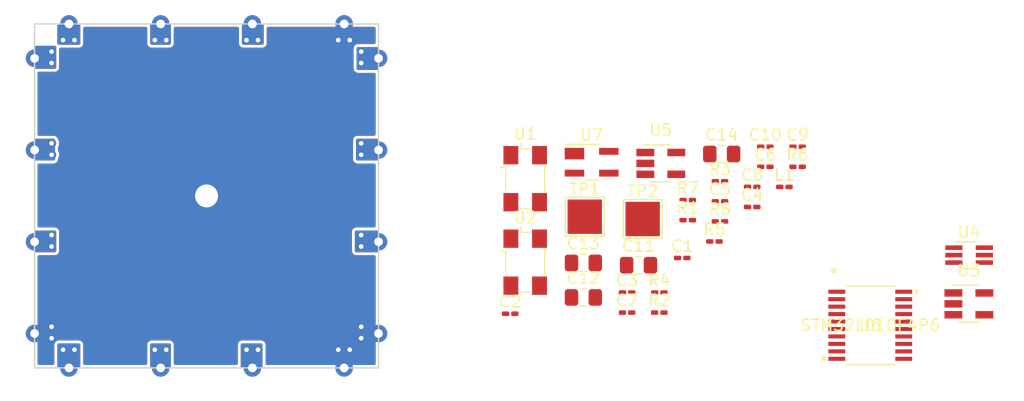
<source format=kicad_pcb>
(kicad_pcb (version 20211014) (generator pcbnew)
  (layers (0 "F.Cu" signal) (31 "B.Cu" signal) (34 "B.Paste" user) (35 "F.Paste" user) (36 "B.SilkS" user "B.Silkscreen") (37 "F.SilkS" user "F.Silkscreen") (38 "B.Mask" user) (39 "F.Mask" user) (44 "Edge.Cuts" user))
  (net 0 "")
  (net 1 "/TX")
  (net 2 "/RX")
  (net 3 "GND")
  (net 4 "+3.3V")
  (net 5 "Net-(C5-Pad2)")
  (net 6 "Net-(C6-Pad1)")
  (net 7 "Net-(C11-Pad1)")
  (net 8 "+3.3VA")
  (net 9 "/half_vref")
  (net 10 "Net-(R1-Pad1)")
  (net 11 "Net-(R1-Pad2)")
  (net 12 "Net-(R2-Pad2)")
  (net 13 "Net-(R8-Pad2)")
  (net 14 "Net-(TP1-Pad1)")
  (net 15 "Net-(TP2-Pad1)")
  (net 16 "Net-(U1-Pad3)")
  (net 17 "/OSC_STAT")
  (net 18 "Net-(U2-Pad3)")
  (net 19 "/OSC")
  (footprint "Package_TO_SOT_SMD:SOT-143_Handsoldering" (layer "F.Cu") (at 91.6 54.15)
    (fp_text reference "U7" (at -0.02 -2.38) (layer "F.SilkS"))
    (fp_text value "BAS70-7-F")
    (fp_line (start -0.65 1.56) (end 0.65 1.56) (layer "F.SilkS") (width 0.12))
    (fp_line (start 0.65 -1.56) (end -2.35 -1.56) (layer "F.SilkS") (width 0.12))
    (pad "1" smd rect (at -1.5 -0.75) (size 1.7 1) (layers "F.Cu" "F.Paste" "F.Mask") (net 6 "Net-(C6-Pad1)"))
    (pad "2" smd rect (at -1.5 0.95) (size 1.7 0.6) (layers "F.Cu" "F.Paste" "F.Mask") (net 11 "Net-(R1-Pad2)"))
    (pad "3" smd rect (at 1.5 0.95) (size 1.7 0.6) (layers "F.Cu" "F.Paste" "F.Mask") (net 5 "Net-(C5-Pad2)"))
    (pad "4" smd rect (at 1.5 -0.95) (size 1.7 0.6) (layers "F.Cu" "F.Paste" "F.Mask") (net 12 "Net-(R2-Pad2)"))
  )
  (footprint "Capacitor_SMD:C_0201_0603Metric_Pad0.64x0.40mm_HandSolder" (layer "F.Cu") (at 106.75 52.8)
    (fp_text reference "C10" (at 0 -1.05) (layer "F.SilkS"))
    (fp_text value "10n")
    (pad "1" smd roundrect (at -0.4075 0) (size 0.635 0.4) (layers "F.Cu" "F.Mask") (net 4 "+3.3V"))
    (pad "2" smd roundrect (at 0.4075 0) (size 0.635 0.4) (layers "F.Cu" "F.Mask") (net 3 "GND"))
  )
  (footprint "BME:mrc-100" (layer "F.Cu") (at 58 57)
    (fp_text reference "Int1" hide)
    (fp_text value "MRC-100_simplified" hide)
    (fp_line (start 15.014 -14.9124) (end 15.014 15.0876) (layer "Edge.Cuts") (width 0.12))
    (fp_line (start 15.014 15.0876) (end -14.986 15.0876) (layer "Edge.Cuts") (width 0.12))
    (fp_line (start -14.986 15.0876) (end -14.986 -14.9124) (layer "Edge.Cuts") (width 0.12))
    (fp_line (start -14.986 -14.9124) (end 15.014 -14.9124) (layer "Edge.Cuts") (width 0.12))
    (pad "1" thru_hole circle locked (at -11.986 -14.9124) (size 1.524 1.524) (drill 0.762) (layers *.Cu *.Mask) (net 4 "+3.3V"))
    (pad "1" thru_hole circle locked (at 15.014 -11.9124) (size 1.524 1.524) (drill 0.762) (layers *.Cu *.Mask) (net 4 "+3.3V"))
    (pad "1" thru_hole circle locked (at -14.986 -11.9124) (size 1.524 1.524) (drill 0.762) (layers *.Cu *.Mask) (net 4 "+3.3V"))
    (pad "1" thru_hole circle locked (at -11.986 15.0876) (size 1.524 1.524) (drill 0.762) (layers *.Cu *.Mask) (net 4 "+3.3V"))
    (pad "2" thru_hole circle locked (at 15.014 -3.9124) (size 1.524 1.524) (drill 0.762) (layers *.Cu *.Mask) (net 1 "/TX"))
    (pad "2" thru_hole circle locked (at -3.986 15.0876) (size 1.524 1.524) (drill 0.762) (layers *.Cu *.Mask) (net 1 "/TX"))
    (pad "2" thru_hole circle locked (at -3.986 -14.9124) (size 1.524 1.524) (drill 0.762) (layers *.Cu *.Mask) (net 1 "/TX"))
    (pad "2" thru_hole circle locked (at -14.986 -3.9124) (size 1.524 1.524) (drill 0.762) (layers *.Cu *.Mask) (net 1 "/TX"))
    (pad "3" thru_hole circle locked (at 15.014 4.0876) (size 1.524 1.524) (drill 0.762) (layers *.Cu *.Mask) (net 2 "/RX"))
    (pad "3" thru_hole circle locked (at 4.014 -14.9124) (size 1.524 1.524) (drill 0.762) (layers *.Cu *.Mask) (net 2 "/RX"))
    (pad "3" thru_hole circle locked (at -14.986 4.0876) (size 1.524 1.524) (drill 0.762) (layers *.Cu *.Mask) (net 2 "/RX"))
    (pad "3" thru_hole circle locked (at 4.014 15.0876) (size 1.524 1.524) (drill 0.762) (layers *.Cu *.Mask) (net 2 "/RX"))
    (pad "4" thru_hole circle locked (at 12.014 -14.9124) (size 1.524 1.524) (drill 0.762) (layers *.Cu *.Mask) (net 3 "GND"))
    (pad "4" thru_hole circle locked (at 12.014 15.0876) (size 1.524 1.524) (drill 0.762) (layers *.Cu *.Mask) (net 3 "GND"))
    (pad "4" thru_hole circle locked (at -14.986 12.0876) (size 1.524 1.524) (drill 0.762) (layers *.Cu *.Mask) (net 3 "GND"))
    (pad "4" thru_hole circle locked (at 15.014 12.0876) (size 1.524 1.524) (drill 0.762) (layers *.Cu *.Mask) (net 3 "GND"))
    (pad "5" thru_hole circle locked (at 0.014 0.0876) (size 4 4) (drill 2) (layers *.Cu *.Mask) (net 3 "GND"))
    (zone (net 0) (net_name "") (layer "F.Cu") (connect_pads (clearance 0)) (min_thickness 0.254)
      (keepout (tracks not_allowed) (vias allowed) (pads allowed) (copperpour not_allowed) (footprints not_allowed))
      (fill (thermal_gap 0.508) (thermal_bridge_width 0.508))
      (polygon (pts (xy 44.9444 43.8936) (xy 43.014 43.8936) (xy 43.014 42.0876) (xy 44.9444 42.0648)))
    )
  )
  (footprint "Capacitor_SMD:C_0201_0603Metric_Pad0.64x0.40mm_HandSolder" (layer "F.Cu") (at 99.5 62.5)
    (fp_text reference "C1" (at 0 -1.05) (layer "F.SilkS"))
    (fp_text value "10n")
    (pad "1" smd roundrect (at -0.4075 0) (size 0.635 0.4) (layers "F.Cu" "F.Mask") (net 4 "+3.3V"))
    (pad "2" smd roundrect (at 0.4075 0) (size 0.635 0.4) (layers "F.Cu" "F.Mask") (net 3 "GND"))
  )
  (footprint "Capacitor_SMD:C_0805_2012Metric_Pad1.18x1.45mm_HandSolder" (layer "F.Cu") (at 90.88 65.94)
    (fp_text reference "C12" (at 0 -1.68) (layer "F.SilkS"))
    (fp_text value "100n")
    (fp_line (start -0.261252 -0.735) (end 0.261252 -0.735) (layer "F.SilkS") (width 0.12))
    (fp_line (start -0.261252 0.735) (end 0.261252 0.735) (layer "F.SilkS") (width 0.12))
    (pad "1" smd roundrect (at -1.0375 0) (size 1.175 1.45) (layers "F.Cu" "F.Paste" "F.Mask") (roundrect_rratio 0.212766) (net 8 "+3.3VA"))
    (pad "2" smd roundrect (at 1.0375 0) (size 1.175 1.45) (layers "F.Cu" "F.Paste" "F.Mask") (roundrect_rratio 0.212766) (net 3 "GND"))
  )
  (footprint "Capacitor_SMD:C_0805_2012Metric_Pad1.18x1.45mm_HandSolder" (layer "F.Cu") (at 102.94 53.43)
    (fp_text reference "C14" (at 0 -1.68) (layer "F.SilkS"))
    (fp_text value "100n")
    (fp_line (start -0.261252 -0.735) (end 0.261252 -0.735) (layer "F.SilkS") (width 0.12))
    (fp_line (start -0.261252 0.735) (end 0.261252 0.735) (layer "F.SilkS") (width 0.12))
    (pad "1" smd roundrect (at -1.0375 0) (size 1.175 1.45) (layers "F.Cu" "F.Paste" "F.Mask") (roundrect_rratio 0.212766) (net 9 "/half_vref"))
    (pad "2" smd roundrect (at 1.0375 0) (size 1.175 1.45) (layers "F.Cu" "F.Paste" "F.Mask") (roundrect_rratio 0.212766) (net 3 "GND"))
  )
  (footprint "Inductor_SMD:L_0201_0603Metric_Pad0.64x0.40mm_HandSolder" (layer "F.Cu") (at 108.41 56.3)
    (fp_text reference "L1" (at 0 -1.05) (layer "F.SilkS"))
    (fp_text value "L")
    (pad "1" smd roundrect (at -0.4075 0) (size 0.635 0.4) (layers "F.Cu" "F.Mask") (net 7 "Net-(C11-Pad1)"))
    (pad "2" smd roundrect (at 0.4075 0) (size 0.635 0.4) (layers "F.Cu" "F.Mask") (net 8 "+3.3VA"))
  )
  (footprint "Capacitor_SMD:C_0201_0603Metric_Pad0.64x0.40mm_HandSolder" (layer "F.Cu") (at 109.56 52.8)
    (fp_text reference "C9" (at 0 -1.05) (layer "F.SilkS"))
    (fp_text value "100n")
    (pad "1" smd roundrect (at -0.4075 0) (size 0.635 0.4) (layers "F.Cu" "F.Mask") (net 4 "+3.3V"))
    (pad "2" smd roundrect (at 0.4075 0) (size 0.635 0.4) (layers "F.Cu" "F.Mask") (net 3 "GND"))
  )
  (footprint "Oscillator:Oscillator_SMD_Fox_FT5H_5.0x3.2mm" (layer "F.Cu") (at 85.805 55.585)
    (fp_text reference "U1" (at 0 -3.9) (layer "F.SilkS"))
    (fp_text value "CFPS-39")
    (fp_line (start -1.7 1) (end -1.7 -1) (layer "F.SilkS") (width 0.12))
    (fp_line (start 0.35 2.6) (end -0.35 2.6) (layer "F.SilkS") (width 0.12))
    (fp_line (start -0.35 -2.6) (end 0.35 -2.6) (layer "F.SilkS") (width 0.12))
    (fp_line (start -0.35 -2.6) (end -0.35 -3.1) (layer "F.SilkS") (width 0.12))
    (fp_line (start -1.7 -1) (end -2.15 -1) (layer "F.SilkS") (width 0.12))
    (fp_line (start 1.7 -1.1) (end 1.7 1.1) (layer "F.SilkS") (width 0.12))
    (pad "1" smd rect (at -1.25 -2.05 270) (size 1.6 1.3) (layers "F.Cu" "F.Paste" "F.Mask") (net 4 "+3.3V"))
    (pad "2" smd rect (at -1.25 2.05 270) (size 1.6 1.3) (layers "F.Cu" "F.Paste" "F.Mask") (net 3 "GND"))
    (pad "3" smd rect (at 1.25 2.05 270) (size 1.6 1.3) (layers "F.Cu" "F.Paste" "F.Mask") (net 16 "Net-(U1-Pad3)"))
    (pad "4" smd rect (at 1.25 -2.05 270) (size 1.6 1.3) (layers "F.Cu" "F.Paste" "F.Mask") (net 4 "+3.3V"))
  )
  (footprint "Capacitor_SMD:C_0201_0603Metric_Pad0.64x0.40mm_HandSolder" (layer "F.Cu") (at 84.5 67.36)
    (fp_text reference "C2" (at 0 -1.05) (layer "F.SilkS"))
    (fp_text value "10n")
    (pad "1" smd roundrect (at -0.4075 0) (size 0.635 0.4) (layers "F.Cu" "F.Mask") (net 4 "+3.3V"))
    (pad "2" smd roundrect (at 0.4075 0) (size 0.635 0.4) (layers "F.Cu" "F.Mask") (net 3 "GND"))
  )
  (footprint "Capacitor_SMD:C_0201_0603Metric_Pad0.64x0.40mm_HandSolder" (layer "F.Cu") (at 94.69 67.26)
    (fp_text reference "C7" (at 0 -1.05) (layer "F.SilkS"))
    (fp_text value "10n")
    (pad "1" smd roundrect (at -0.4075 0) (size 0.635 0.4) (layers "F.Cu" "F.Mask") (net 4 "+3.3V"))
    (pad "2" smd roundrect (at 0.4075 0) (size 0.635 0.4) (layers "F.Cu" "F.Mask") (net 3 "GND"))
  )
  (footprint "Oscillator:Oscillator_SMD_Fox_FT5H_5.0x3.2mm" (layer "F.Cu") (at 85.805 62.865)
    (fp_text reference "U2" (at 0 -3.9) (layer "F.SilkS"))
    (fp_text value "CFPS-39")
    (fp_line (start 0.35 2.6) (end -0.35 2.6) (layer "F.SilkS") (width 0.12))
    (fp_line (start -0.35 -2.6) (end -0.35 -3.1) (layer "F.SilkS") (width 0.12))
    (fp_line (start -1.7 -1) (end -2.15 -1) (layer "F.SilkS") (width 0.12))
    (fp_line (start 1.7 -1.1) (end 1.7 1.1) (layer "F.SilkS") (width 0.12))
    (fp_line (start -1.7 1) (end -1.7 -1) (layer "F.SilkS") (width 0.12))
    (fp_line (start -0.35 -2.6) (end 0.35 -2.6) (layer "F.SilkS") (width 0.12))
    (pad "1" smd rect (at -1.25 -2.05 270) (size 1.6 1.3) (layers "F.Cu" "F.Paste" "F.Mask") (net 17 "/OSC_STAT"))
    (pad "2" smd rect (at -1.25 2.05 270) (size 1.6 1.3) (layers "F.Cu" "F.Paste" "F.Mask") (net 3 "GND"))
    (pad "3" smd rect (at 1.25 2.05 270) (size 1.6 1.3) (layers "F.Cu" "F.Paste" "F.Mask") (net 18 "Net-(U2-Pad3)"))
    (pad "4" smd rect (at 1.25 -2.05 270) (size 1.6 1.3) (layers "F.Cu" "F.Paste" "F.Mask") (net 4 "+3.3V"))
  )
  (footprint "Resistor_SMD:R_0201_0603Metric_Pad0.64x0.40mm_HandSolder" (layer "F.Cu") (at 97.5 65.51)
    (fp_text reference "R4" (at 0 -1.05) (layer "F.SilkS"))
    (fp_text value "800k")
    (pad "1" smd roundrect (at -0.4075 0) (size 0.635 0.4) (layers "F.Cu" "F.Mask") (net 6 "Net-(C6-Pad1)"))
    (pad "2" smd roundrect (at 0.4075 0) (size 0.635 0.4) (layers "F.Cu" "F.Mask") (net 3 "GND"))
  )
  (footprint "Resistor_SMD:R_0201_0603Metric_Pad0.64x0.40mm_HandSolder" (layer "F.Cu") (at 97.5 67.26)
    (fp_text reference "R2" (at 0 -1.05) (layer "F.SilkS"))
    (fp_text value "10k")
    (pad "1" smd roundrect (at -0.4075 0) (size 0.635 0.4) (layers "F.Cu" "F.Mask") (net 10 "Net-(R1-Pad1)"))
    (pad "2" smd roundrect (at 0.4075 0) (size 0.635 0.4) (layers "F.Cu" "F.Mask") (net 12 "Net-(R2-Pad2)"))
  )
  (footprint "Package_TO_SOT_SMD:SOT-23-5_HandSoldering" (layer "F.Cu") (at 97.63 54.25)
    (fp_text reference "U5" (at 0 -2.9) (layer "F.SilkS"))
    (fp_text value "MAX919")
    (fp_line (start 0.9 -1.61) (end -1.55 -1.61) (layer "F.SilkS") (width 0.12))
    (fp_line (start -0.9 1.61) (end 0.9 1.61) (layer "F.SilkS") (width 0.12))
    (pad "1" smd rect (at -1.35 -0.95) (size 1.56 0.65) (layers "F.Cu" "F.Paste" "F.Mask") (net 17 "/OSC_STAT"))
    (pad "2" smd rect (at -1.35 0) (size 1.56 0.65) (layers "F.Cu" "F.Paste" "F.Mask") (net 3 "GND"))
    (pad "3" smd rect (at -1.35 0.95) (size 1.56 0.65) (layers "F.Cu" "F.Paste" "F.Mask") (net 5 "Net-(C5-Pad2)"))
    (pad "4" smd rect (at 1.35 0.95) (size 1.56 0.65) (layers "F.Cu" "F.Paste" "F.Mask") (net 6 "Net-(C6-Pad1)"))
    (pad "5" smd rect (at 1.35 -0.95) (size 1.56 0.65) (layers "F.Cu" "F.Paste" "F.Mask") (net 4 "+3.3V"))
  )
  (footprint "Capacitor_SMD:C_0805_2012Metric_Pad1.18x1.45mm_HandSolder" (layer "F.Cu") (at 90.88 62.93)
    (fp_text reference "C13" (at 0 -1.68) (layer "F.SilkS"))
    (fp_text value "100n")
    (fp_line (start -0.261252 -0.735) (end 0.261252 -0.735) (layer "F.SilkS") (width 0.12))
    (fp_line (start -0.261252 0.735) (end 0.261252 0.735) (layer "F.SilkS") (width 0.12))
    (pad "1" smd roundrect (at -1.0375 0) (size 1.175 1.45) (layers "F.Cu" "F.Paste" "F.Mask") (roundrect_rratio 0.212766) (net 8 "+3.3VA"))
    (pad "2" smd roundrect (at 1.0375 0) (size 1.175 1.45) (layers "F.Cu" "F.Paste" "F.Mask") (roundrect_rratio 0.212766) (net 9 "/half_vref"))
  )
  (footprint "Capacitor_SMD:C_0201_0603Metric_Pad0.64x0.40mm_HandSolder" (layer "F.Cu") (at 102.79 57.56)
    (fp_text reference "C5" (at 0 -1.05) (layer "F.SilkS"))
    (fp_text value "200p")
    (pad "1" smd roundrect (at -0.4075 0) (size 0.635 0.4) (layers "F.Cu" "F.Mask") (net 4 "+3.3V"))
    (pad "2" smd roundrect (at 0.4075 0) (size 0.635 0.4) (layers "F.Cu" "F.Mask") (net 5 "Net-(C5-Pad2)"))
  )
  (footprint "Resistor_SMD:R_0201_0603Metric_Pad0.64x0.40mm_HandSolder" (layer "F.Cu") (at 109.56 54.55)
    (fp_text reference "R6" (at 0 -1.05) (layer "F.SilkS"))
    (fp_text value "500k")
    (pad "1" smd roundrect (at -0.4075 0) (size 0.635 0.4) (layers "F.Cu" "F.Mask") (net 8 "+3.3VA"))
    (pad "2" smd roundrect (at 0.4075 0) (size 0.635 0.4) (layers "F.Cu" "F.Mask") (net 9 "/half_vref"))
  )
  (footprint "Package_TO_SOT_SMD:SOT-363_SC-70-6_Handsoldering" (layer "F.Cu") (at 124.52 62.25)
    (fp_text reference "U4" (at 0 -2) (layer "F.SilkS"))
    (fp_text value "mux")
    (fp_line (start -0.7 1.16) (end 0.7 1.16) (layer "F.SilkS") (width 0.12))
    (fp_line (start 0.7 -1.16) (end -1.2 -1.16) (layer "F.SilkS") (width 0.12))
    (pad "1" smd rect (at -1.33 -0.65) (size 1.5 0.4) (layers "F.Cu" "F.Paste" "F.Mask") (net 18 "Net-(U2-Pad3)"))
    (pad "2" smd rect (at -1.33 0) (size 1.5 0.4) (layers "F.Cu" "F.Paste" "F.Mask") (net 3 "GND"))
    (pad "3" smd rect (at -1.33 0.65) (size 1.5 0.4) (layers "F.Cu" "F.Paste" "F.Mask") (net 16 "Net-(U1-Pad3)"))
    (pad "4" smd rect (at 1.33 0.65) (size 1.5 0.4) (layers "F.Cu" "F.Paste" "F.Mask") (net 19 "/OSC"))
    (pad "5" smd rect (at 1.33 0) (size 1.5 0.4) (layers "F.Cu" "F.Paste" "F.Mask") (net 4 "+3.3V"))
    (pad "6" smd rect (at 1.33 -0.65) (size 1.5 0.4) (layers "F.Cu" "F.Paste" "F.Mask") (net 17 "/OSC_STAT"))
  )
  (footprint "Capacitor_SMD:C_0201_0603Metric_Pad0.64x0.40mm_HandSolder" (layer "F.Cu") (at 94.69 65.51)
    (fp_text reference "C3" (at 0 -1.05) (layer "F.SilkS"))
    (fp_text value "100n")
    (pad "1" smd roundrect (at -0.4075 0) (size 0.635 0.4) (layers "F.Cu" "F.Mask") (net 4 "+3.3V"))
    (pad "2" smd roundrect (at 0.4075 0) (size 0.635 0.4) (layers "F.Cu" "F.Mask") (net 3 "GND"))
  )
  (footprint "Resistor_SMD:R_0201_0603Metric_Pad0.64x0.40mm_HandSolder" (layer "F.Cu") (at 102.79 59.31)
    (fp_text reference "R8" (at 0 -1.05) (layer "F.SilkS"))
    (fp_text value "10k")
    (pad "1" smd roundrect (at -0.4075 0) (size 0.635 0.4) (layers "F.Cu" "F.Mask") (net 4 "+3.3V"))
    (pad "2" smd roundrect (at 0.4075 0) (size 0.635 0.4) (layers "F.Cu" "F.Mask") (net 13 "Net-(R8-Pad2)"))
  )
  (footprint "Resistor_SMD:R_0201_0603Metric_Pad0.64x0.40mm_HandSolder" (layer "F.Cu") (at 102.79 55.81)
    (fp_text reference "R3" (at 0 -1.05) (layer "F.SilkS"))
    (fp_text value "800k")
    (pad "1" smd roundrect (at -0.4075 0) (size 0.635 0.4) (layers "F.Cu" "F.Mask") (net 4 "+3.3V"))
    (pad "2" smd roundrect (at 0.4075 0) (size 0.635 0.4) (layers "F.Cu" "F.Mask") (net 5 "Net-(C5-Pad2)"))
  )
  (footprint "Capacitor_SMD:C_0201_0603Metric_Pad0.64x0.40mm_HandSolder" (layer "F.Cu") (at 105.6 56.3)
    (fp_text reference "C8" (at 0 -1.05) (layer "F.SilkS"))
    (fp_text value "100n")
    (pad "1" smd roundrect (at -0.4075 0) (size 0.635 0.4) (layers "F.Cu" "F.Mask") (net 4 "+3.3V"))
    (pad "2" smd roundrect (at 0.4075 0) (size 0.635 0.4) (layers "F.Cu" "F.Mask") (net 3 "GND"))
  )
  (footprint "TestPoint:TestPoint_Pad_3.0x3.0mm" (layer "F.Cu") (at 96.05 59.1)
    (fp_text reference "TP2" (at 0 -2.398) (layer "F.SilkS"))
    (fp_text value "SWCLK")
    (fp_line (start -1.7 -1.7) (end 1.7 -1.7) (layer "F.SilkS") (width 0.12))
    (fp_line (start 1.7 1.7) (end -1.7 1.7) (layer "F.SilkS") (width 0.12))
    (fp_line (start -1.7 1.7) (end -1.7 -1.7) (layer "F.SilkS") (width 0.12))
    (fp_line (start 1.7 -1.7) (end 1.7 1.7) (layer "F.SilkS") (width 0.12))
    (pad "1" smd rect (at 0 0) (size 3 3) (layers "F.Cu" "F.Mask") (net 15 "Net-(TP2-Pad1)"))
  )
  (footprint "Resistor_SMD:R_0201_0603Metric_Pad0.64x0.40mm_HandSolder" (layer "F.Cu") (at 99.98 59.2)
    (fp_text reference "R1" (at 0 -1.05) (layer "F.SilkS"))
    (fp_text value "10k")
    (pad "1" smd roundrect (at -0.4075 0) (size 0.635 0.4) (layers "F.Cu" "F.Mask") (net 10 "Net-(R1-Pad1)"))
    (pad "2" smd roundrect (at 0.4075 0) (size 0.635 0.4) (layers "F.Cu" "F.Mask") (net 11 "Net-(R1-Pad2)"))
  )
  (footprint "Capacitor_SMD:C_0201_0603Metric_Pad0.64x0.40mm_HandSolder" (layer "F.Cu") (at 105.6 58.05)
    (fp_text reference "C4" (at 0 -1.05) (layer "F.SilkS"))
    (fp_text value "100n")
    (pad "1" smd roundrect (at -0.4075 0) (size 0.635 0.4) (layers "F.Cu" "F.Mask") (net 4 "+3.3V"))
    (pad "2" smd roundrect (at 0.4075 0) (size 0.635 0.4) (layers "F.Cu" "F.Mask") (net 3 "GND"))
  )
  (footprint "TestPoint:TestPoint_Pad_3.0x3.0mm" (layer "F.Cu") (at 91 58.9)
    (fp_text reference "TP1" (at 0 -2.398) (layer "F.SilkS"))
    (fp_text value "SWDIO")
    (fp_line (start -1.7 1.7) (end -1.7 -1.7) (layer "F.SilkS") (width 0.12))
    (fp_line (start 1.7 1.7) (end -1.7 1.7) (layer "F.SilkS") (width 0.12))
    (fp_line (start -1.7 -1.7) (end 1.7 -1.7) (layer "F.SilkS") (width 0.12))
    (fp_line (start 1.7 -1.7) (end 1.7 1.7) (layer "F.SilkS") (width 0.12))
    (pad "1" smd rect (at 0 0) (size 3 3) (layers "F.Cu" "F.Mask") (net 14 "Net-(TP1-Pad1)"))
  )
  (footprint "Package_TO_SOT_SMD:SOT-23-5_HandSoldering" (layer "F.Cu") (at 124.5 66.5)
    (fp_text reference "U3" (at 0 -2.9) (layer "F.SilkS"))
    (fp_text value "74LVC1G125")
    (fp_line (start 0.9 -1.61) (end -1.55 -1.61) (layer "F.SilkS") (width 0.12))
    (fp_line (start -0.9 1.61) (end 0.9 1.61) (layer "F.SilkS") (width 0.12))
    (pad "1" smd rect (at -1.35 -0.95) (size 1.56 0.65) (layers "F.Cu" "F.Paste" "F.Mask") (net 3 "GND"))
    (pad "2" smd rect (at -1.35 0) (size 1.56 0.65) (layers "F.Cu" "F.Paste" "F.Mask") (net 16 "Net-(U1-Pad3)"))
    (pad "3" smd rect (at -1.35 0.95) (size 1.56 0.65) (layers "F.Cu" "F.Paste" "F.Mask") (net 3 "GND"))
    (pad "4" smd rect (at 1.35 0.95) (size 1.56 0.65) (layers "F.Cu" "F.Paste" "F.Mask") (net 10 "Net-(R1-Pad1)"))
    (pad "5" smd rect (at 1.35 -0.95) (size 1.56 0.65) (layers "F.Cu" "F.Paste" "F.Mask") (net 4 "+3.3V"))
  )
  (footprint "Resistor_SMD:R_0201_0603Metric_Pad0.64x0.40mm_HandSolder" (layer "F.Cu") (at 99.98 57.45)
    (fp_text reference "R7" (at 0 -1.05) (layer "F.SilkS"))
    (fp_text value "500k")
    (pad "1" smd roundrect (at -0.4075 0) (size 0.635 0.4) (layers "F.Cu" "F.Mask") (net 9 "/half_vref"))
    (pad "2" smd roundrect (at 0.4075 0) (size 0.635 0.4) (layers "F.Cu" "F.Mask") (net 3 "GND"))
  )
  (footprint "Resistor_SMD:R_0201_0603Metric_Pad0.64x0.40mm_HandSolder" (layer "F.Cu") (at 102.31 61.06)
    (fp_text reference "R5" (at 0 -1.05) (layer "F.SilkS"))
    (fp_text value "R")
    (pad "1" smd roundrect (at -0.4075 0) (size 0.635 0.4) (layers "F.Cu" "F.Mask") (net 4 "+3.3V"))
    (pad "2" smd roundrect (at 0.4075 0) (size 0.635 0.4) (layers "F.Cu" "F.Mask") (net 7 "Net-(C11-Pad1)"))
  )
  (footprint "Capacitor_SMD:C_0805_2012Metric_Pad1.18x1.45mm_HandSolder" (layer "F.Cu") (at 95.69 63.13)
    (fp_text reference "C11" (at 0 -1.68) (layer "F.SilkS"))
    (fp_text value "100n")
    (fp_line (start -0.261252 0.735) (end 0.261252 0.735) (layer "F.SilkS") (width 0.12))
    (fp_line (start -0.261252 -0.735) (end 0.261252 -0.735) (layer "F.SilkS") (width 0.12))
    (pad "1" smd roundrect (at -1.0375 0) (size 1.175 1.45) (layers "F.Cu" "F.Paste" "F.Mask") (roundrect_rratio 0.212766) (net 7 "Net-(C11-Pad1)"))
    (pad "2" smd roundrect (at 1.0375 0) (size 1.175 1.45) (layers "F.Cu" "F.Paste" "F.Mask") (roundrect_rratio 0.212766) (net 3 "GND"))
  )
  (footprint "farnell:STM32L010F4P6" (layer "F.Cu") (at 115.897 68.368)
    (fp_text reference "U6" (at 0 0) (layer "F.SilkS"))
    (fp_text value "STM32L010F4P6" (at 0 0) (layer "F.SilkS"))
    (fp_text user "*" (at -3.175 -4.423601) (layer "F.SilkS"))
    (fp_text user "*" (at -3.175 -4.423601) (layer "F.SilkS"))
    (fp_line (start 2.118764 -3.429) (end -2.118751 -3.429) (layer "F.SilkS") (width 0.12))
    (fp_line (start -2.118764 3.429) (end 2.118751 3.429) (layer "F.SilkS") (width 0.12))
    (fp_poly (pts (xy -4.1656 2.734498) (xy -4.1656 3.115498) (xy -3.9116 3.115498) (xy -3.9116 2.734498)) (layer "F.SilkS") (width 0.1) (fill solid))
    (fp_poly (pts (xy 4.1656 -3.115498) (xy 4.1656 -2.734498) (xy 3.9116 -2.734498) (xy 3.9116 -3.115498)) (layer "F.SilkS") (width 0.1) (fill solid))
    (pad "1" smd rect locked (at -2.921 -2.925) (size 1.4732 0.3556) (layers "F.Cu" "F.Paste" "F.Mask") (net 3 "GND"))
    (pad "2" smd rect locked (at -2.921 -2.274999) (size 1.4732 0.3556) (layers "F.Cu" "F.Paste" "F.Mask") (net 17 "/OSC_STAT"))
    (pad "3" smd rect locked (at -2.921 -1.625001) (size 1.4732 0.3556) (layers "F.Cu" "F.Paste" "F.Mask"))
    (pad "4" smd rect locked (at -2.921 -0.974999) (size 1.4732 0.3556) (layers "F.Cu" "F.Paste" "F.Mask") (net 13 "Net-(R8-Pad2)"))
    (pad "5" smd rect locked (at -2.921 -0.325001) (size 1.4732 0.3556) (layers "F.Cu" "F.Paste" "F.Mask") (net 8 "+3.3VA"))
    (pad "6" smd rect locked (at -2.921 0.324998) (size 1.4732 0.3556) (layers "F.Cu" "F.Paste" "F.Mask") (net 19 "/OSC"))
    (pad "7" smd rect locked (at -2.921 0.974999) (size 1.4732 0.3556) (layers "F.Cu" "F.Paste" "F.Mask") (net 9 "/half_vref"))
    (pad "8" smd rect locked (at -2.921 1.624998) (size 1.4732 0.3556) (layers "F.Cu" "F.Paste" "F.Mask"))
    (pad "9" smd rect locked (at -2.921 2.274999) (size 1.4732 0.3556) (layers "F.Cu" "F.Paste" "F.Mask"))
    (pad "10" smd rect locked (at -2.921 2.924998) (size 1.4732 0.3556) (layers "F.Cu" "F.Paste" "F.Mask"))
    (pad "11" smd rect locked (at 2.921 2.925) (size 1.4732 0.3556) (layers "F.Cu" "F.Paste" "F.Mask"))
    (pad "12" smd rect locked (at 2.921 2.275002) (size 1.4732 0.3556) (layers "F.Cu" "F.Paste" "F.Mask"))
    (pad "13" smd rect locked (at 2.921 1.625001) (size 1.4732 0.3556) (layers "F.Cu" "F.Paste" "F.Mask"))
    (pad "14" smd rect locked (at 2.921 0.975002) (size 1.4732 0.3556) (layers "F.Cu" "F.Paste" "F.Mask"))
    (pad "15" smd rect locked (at 2.921 0.325001) (size 1.4732 0.3556) (layers "F.Cu" "F.Paste" "F.Mask") (net 3 "GND"))
    (pad "16" smd rect locked (at 2.921 -0.324998) (size 1.4732 0.3556) (layers "F.Cu" "F.Paste" "F.Mask") (net 4 "+3.3V"))
    (pad "17" smd rect locked (at 2.921 -0.974999) (size 1.4732 0.3556) (layers "F.Cu" "F.Paste" "F.Mask") (net 2 "/RX"))
    (pad "18" smd rect locked (at 2.921 -1.624998) (size 1.4732 0.3556) (layers "F.Cu" "F.Paste" "F.Mask") (net 1 "/TX"))
    (pad "19" smd rect locked (at 2.921 -2.274999) (size 1.4732 0.3556) (layers "F.Cu" "F.Paste" "F.Mask") (net 14 "Net-(TP1-Pad1)"))
    (pad "20" smd rect locked (at 2.921 -2.924998) (size 1.4732 0.3556) (layers "F.Cu" "F.Paste" "F.Mask") (net 15 "Net-(TP2-Pad1)"))
  )
  (footprint "Capacitor_SMD:C_0201_0603Metric_Pad0.64x0.40mm_HandSolder" (layer "F.Cu") (at 106.75 54.55)
    (fp_text reference "C6" (at 0 -1.05) (layer "F.SilkS"))
    (fp_text value "200p")
    (pad "1" smd roundrect (at -0.4075 0) (size 0.635 0.4) (layers "F.Cu" "F.Mask") (net 6 "Net-(C6-Pad1)"))
    (pad "2" smd roundrect (at 0.4075 0) (size 0.635 0.4) (layers "F.Cu" "F.Mask") (net 3 "GND"))
  )
  (via (at 71.5 53.5) (size 0.8) (drill 0.4) (layers "F.Cu" "B.Cu") (net 1))
  (via (at 71.5 52.5) (size 0.8) (drill 0.4) (layers "F.Cu" "B.Cu") (net 1))
  (via (at 53.5 70.5) (size 0.8) (drill 0.4) (layers "F.Cu" "B.Cu") (net 1))
  (via (at 44.5 53.5) (size 0.8) (drill 0.4) (layers "F.Cu" "B.Cu") (net 1))
  (via (at 44.5 52.5) (size 0.8) (drill 0.4) (layers "F.Cu" "B.Cu") (net 1))
  (via (at 54.5 70.5) (size 0.8) (drill 0.4) (layers "F.Cu" "B.Cu") (net 1))
  (via (at 53.5 43.5) (size 0.8) (drill 0.4) (layers "F.Cu" "B.Cu") (net 1))
  (via (at 54.5 43.5) (size 0.8) (drill 0.4) (layers "F.Cu" "B.Cu") (net 1))
  (via (at 44.5 60.5) (size 0.8) (drill 0.4) (layers "F.Cu" "B.Cu") (net 2))
  (via (at 71.5 61.5) (size 0.8) (drill 0.4) (layers "F.Cu" "B.Cu") (net 2))
  (via (at 62.5 70.5) (size 0.8) (drill 0.4) (layers "F.Cu" "B.Cu") (net 2))
  (via (at 61.5 43.5) (size 0.8) (drill 0.4) (layers "F.Cu" "B.Cu") (net 2))
  (via (at 71.5 60.5) (size 0.8) (drill 0.4) (layers "F.Cu" "B.Cu") (net 2))
  (via (at 61.5 70.5) (size 0.8) (drill 0.4) (layers "F.Cu" "B.Cu") (net 2))
  (via (at 62.5 43.5) (size 0.8) (drill 0.4) (layers "F.Cu" "B.Cu") (net 2))
  (via (at 44.5 61.5) (size 0.8) (drill 0.4) (layers "F.Cu" "B.Cu") (net 2))
  (via (at 44.5 69.5) (size 0.8) (drill 0.4) (layers "F.Cu" "B.Cu") (net 3))
  (via (at 71.5 68.5) (size 0.8) (drill 0.4) (layers "F.Cu" "B.Cu") (net 3))
  (via (at 44.5 68.5) (size 0.8) (drill 0.4) (layers "F.Cu" "B.Cu") (net 3))
  (via (at 69.5 70.5) (size 0.8) (drill 0.4) (layers "F.Cu" "B.Cu") (net 3))
  (via (at 70.5 43.5) (size 0.8) (drill 0.4) (layers "F.Cu" "B.Cu") (net 3))
  (via (at 69.5 43.5) (size 0.8) (drill 0.4) (layers "F.Cu" "B.Cu") (net 3))
  (via (at 71.5 69.5) (size 0.8) (drill 0.4) (layers "F.Cu" "B.Cu") (net 3))
  (via (at 70.5 70.5) (size 0.8) (drill 0.4) (layers "F.Cu" "B.Cu") (net 3))
  (via (at 45.5 70.5) (size 0.8) (drill 0.4) (layers "F.Cu" "B.Cu") (net 4))
  (via (at 45.5 43.5) (size 0.8) (drill 0.4) (layers "F.Cu" "B.Cu") (net 4))
  (via (at 44.5 45.5) (size 0.8) (drill 0.4) (layers "F.Cu" "B.Cu") (net 4))
  (via (at 46.5 70.5) (size 0.8) (drill 0.4) (layers "F.Cu" "B.Cu") (net 4))
  (via (at 71.5 45.5) (size 0.8) (drill 0.4) (layers "F.Cu" "B.Cu") (net 4))
  (via (at 44.5 44.5) (size 0.8) (drill 0.4) (layers "F.Cu" "B.Cu") (net 4))
  (via (at 46.5 43.5) (size 0.8) (drill 0.4) (layers "F.Cu" "B.Cu") (net 4))
  (via (at 71.5 44.5) (size 0.8) (drill 0.4) (layers "F.Cu" "B.Cu") (net 4))
  (zone (net 4) (net_name "+3.3V") (layers F&B.Cu) (priority 10) (connect_pads yes (clearance 0)) (min_thickness 0.254) (fill yes (thermal_gap 0.508) (thermal_bridge_width 0.508))
    (polygon (pts (xy 73.1 46.1) (xy 71.1 46.1) (xy 71.1 44.1) (xy 73.1 44.1)))
  )
  (zone (net 2) (net_name "/RX") (layers F&B.Cu) (priority 10) (connect_pads yes (clearance 0)) (min_thickness 0.254) (fill yes (thermal_gap 0.508) (thermal_bridge_width 0.508))
    (polygon (pts (xy 63 43.9) (xy 61.1 43.9) (xy 61.1 42) (xy 63 42)))
  )
  (zone (net 4) (net_name "+3.3V") (layers F&B.Cu) (priority 10) (connect_pads yes (clearance 0)) (min_thickness 0.254) (fill yes (thermal_gap 0.508) (thermal_bridge_width 0.508))
    (polygon (pts (xy 44.9 46) (xy 42.9 46) (xy 42.9 44) (xy 44.9 44)))
  )
  (zone (net 3) (net_name "GND") (layers F&B.Cu) (connect_pads yes (clearance 0.254)) (min_thickness 0.254) (fill yes (thermal_gap 0.508) (thermal_bridge_width 0.508))
    (polygon (pts (xy 75 75) (xy 40 75) (xy 40 40) (xy 75 40)))
  )
  (zone (net 1) (net_name "/TX") (layers F&B.Cu) (priority 10) (connect_pads yes (clearance 0)) (min_thickness 0.254) (fill yes (thermal_gap 0.508) (thermal_bridge_width 0.508))
    (polygon (pts (xy 54.9 43.9) (xy 53.1 43.9) (xy 53.1 42) (xy 54.9 42)))
  )
  (zone (net 1) (net_name "/TX") (layers F&B.Cu) (priority 10) (connect_pads yes (clearance 0)) (min_thickness 0.254) (fill yes (thermal_gap 0.508) (thermal_bridge_width 0.508))
    (polygon (pts (xy 73.1 54) (xy 71.05 54) (xy 71.05 52.1) (xy 73.1 52.1)))
  )
  (zone (net 4) (net_name "+3.3V") (layers F&B.Cu) (priority 10) (connect_pads yes (clearance 0)) (min_thickness 0.254) (fill yes (thermal_gap 0.508) (thermal_bridge_width 0.508))
    (polygon (pts (xy 47 72.2) (xy 45 72.2) (xy 45 69.95) (xy 47 69.95)))
  )
  (zone (net 1) (net_name "/TX") (layers F&B.Cu) (priority 10) (connect_pads yes (clearance 0)) (min_thickness 0.254) (fill yes (thermal_gap 0.508) (thermal_bridge_width 0.508))
    (polygon (pts (xy 44.8 54) (xy 43 54) (xy 43 52.1) (xy 44.8 52.1)))
  )
  (zone (net 4) (net_name "+3.3V") (layers F&B.Cu) (priority 10) (connect_pads yes (clearance 0)) (min_thickness 0.254) (fill yes (thermal_gap 0.508) (thermal_bridge_width 0.508))
    (polygon (pts (xy 47 43.9) (xy 45 43.9) (xy 45 41.9) (xy 47 41.9)))
  )
  (zone (net 2) (net_name "/RX") (layers F&B.Cu) (priority 10) (connect_pads yes (clearance 0)) (min_thickness 0.254) (fill yes (thermal_gap 0.508) (thermal_bridge_width 0.508))
    (polygon (pts (xy 73.1 60.1) (xy 73.1 62) (xy 70.95 62) (xy 70.95 60.1)))
  )
  (zone (net 2) (net_name "/RX") (layers F&B.Cu) (priority 10) (connect_pads yes (clearance 0)) (min_thickness 0.254) (fill yes (thermal_gap 0.508) (thermal_bridge_width 0.508))
    (polygon (pts (xy 44.9 60.1) (xy 44.9 62) (xy 43 62) (xy 43 60.1)))
  )
  (zone (net 1) (net_name "/TX") (layers F&B.Cu) (priority 10) (connect_pads yes (clearance 0)) (min_thickness 0.254) (fill yes (thermal_gap 0.508) (thermal_bridge_width 0.508))
    (polygon (pts (xy 54.9 72.1) (xy 53.1 72.1) (xy 53.1 69.95) (xy 54.9 69.95)))
  )
  (zone (net 2) (net_name "/RX") (layers F&B.Cu) (priority 10) (connect_pads yes (clearance 0)) (min_thickness 0.254) (fill yes (thermal_gap 0.508) (thermal_bridge_width 0.508))
    (polygon (pts (xy 62.9 72.1) (xy 61 72.1) (xy 61 69.95) (xy 62.9 69.95)))
  )
)
</source>
